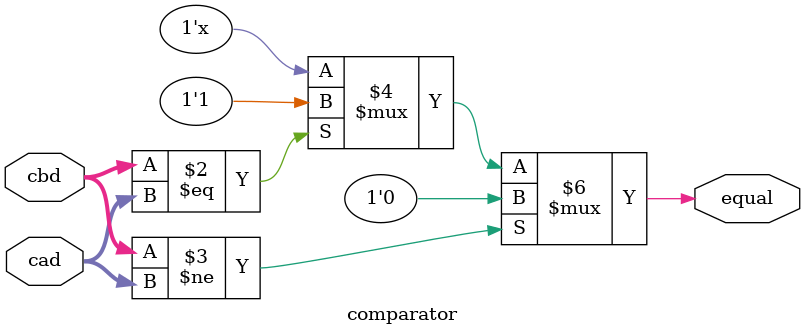
<source format=v>
`timescale 1ns / 1ps


module comparator(input [31:0] cbd, cad, output reg equal);
always@(*) begin
if( cbd == cad)
equal <= 1'b1;
if(cbd != cad)
equal <= 1'b0;
end
endmodule

</source>
